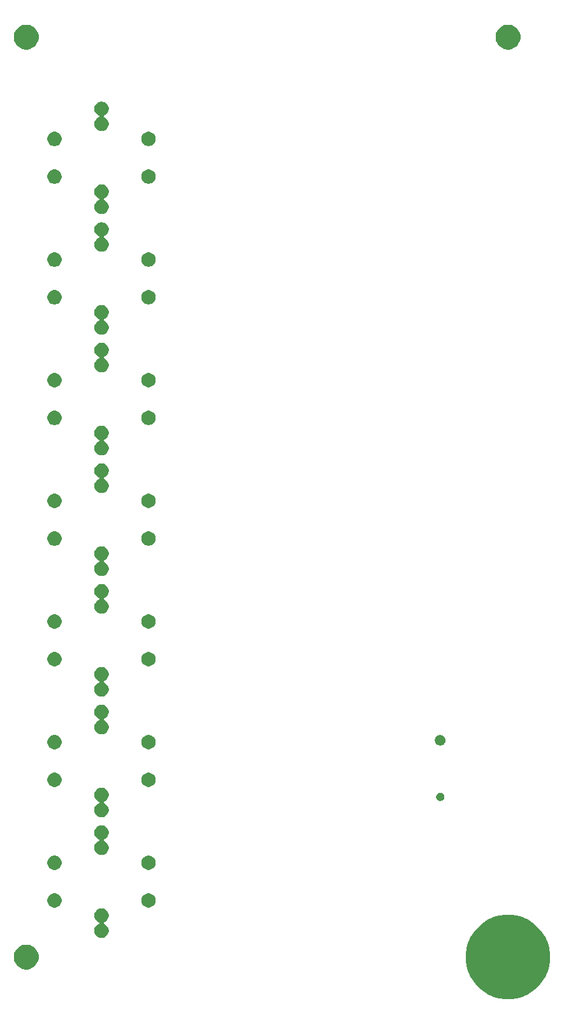
<source format=gbr>
G04 #@! TF.GenerationSoftware,KiCad,Pcbnew,(5.0.1-3-g963ef8bb5)*
G04 #@! TF.CreationDate,2019-06-03T16:35:54+02:00*
G04 #@! TF.ProjectId,foodSampler_v10,666F6F6453616D706C65725F7631302E,rev?*
G04 #@! TF.SameCoordinates,Original*
G04 #@! TF.FileFunction,Soldermask,Top*
G04 #@! TF.FilePolarity,Negative*
%FSLAX46Y46*%
G04 Gerber Fmt 4.6, Leading zero omitted, Abs format (unit mm)*
G04 Created by KiCad (PCBNEW (5.0.1-3-g963ef8bb5)) date 2019 June 03, Monday 16:35:54*
%MOMM*%
%LPD*%
G01*
G04 APERTURE LIST*
%ADD10C,0.100000*%
G04 APERTURE END LIST*
D10*
G36*
X158633457Y-158615204D02*
X158633459Y-158615205D01*
X158633460Y-158615205D01*
X159652595Y-159037344D01*
X160448941Y-159569446D01*
X160569795Y-159650198D01*
X161349802Y-160430205D01*
X161349804Y-160430208D01*
X161962656Y-161347405D01*
X162384795Y-162366540D01*
X162384796Y-162366543D01*
X162600000Y-163448447D01*
X162600000Y-164551553D01*
X162393927Y-165587553D01*
X162384795Y-165633460D01*
X161962656Y-166652595D01*
X161352570Y-167565652D01*
X161349802Y-167569795D01*
X160569795Y-168349802D01*
X160569792Y-168349804D01*
X159652595Y-168962656D01*
X158633460Y-169384795D01*
X158633459Y-169384795D01*
X158633457Y-169384796D01*
X157551553Y-169600000D01*
X156448447Y-169600000D01*
X155366543Y-169384796D01*
X155366541Y-169384795D01*
X155366540Y-169384795D01*
X154347405Y-168962656D01*
X153430208Y-168349804D01*
X153430205Y-168349802D01*
X152650198Y-167569795D01*
X152647430Y-167565652D01*
X152037344Y-166652595D01*
X151615205Y-165633460D01*
X151606074Y-165587553D01*
X151400000Y-164551553D01*
X151400000Y-163448447D01*
X151615204Y-162366543D01*
X151615205Y-162366540D01*
X152037344Y-161347405D01*
X152650196Y-160430208D01*
X152650198Y-160430205D01*
X153430205Y-159650198D01*
X153551059Y-159569446D01*
X154347405Y-159037344D01*
X155366540Y-158615205D01*
X155366541Y-158615205D01*
X155366543Y-158615204D01*
X156448447Y-158400000D01*
X157551553Y-158400000D01*
X158633457Y-158615204D01*
X158633457Y-158615204D01*
G37*
G36*
X93375256Y-162391298D02*
X93481579Y-162412447D01*
X93782042Y-162536903D01*
X94048852Y-162715180D01*
X94052454Y-162717587D01*
X94282413Y-162947546D01*
X94463098Y-163217960D01*
X94587553Y-163518422D01*
X94651000Y-163837389D01*
X94651000Y-164162611D01*
X94587553Y-164481578D01*
X94463098Y-164782040D01*
X94282413Y-165052454D01*
X94052454Y-165282413D01*
X94052451Y-165282415D01*
X93782042Y-165463097D01*
X93481579Y-165587553D01*
X93375256Y-165608702D01*
X93162611Y-165651000D01*
X92837389Y-165651000D01*
X92624744Y-165608702D01*
X92518421Y-165587553D01*
X92217958Y-165463097D01*
X91947549Y-165282415D01*
X91947546Y-165282413D01*
X91717587Y-165052454D01*
X91536902Y-164782040D01*
X91412447Y-164481578D01*
X91349000Y-164162611D01*
X91349000Y-163837389D01*
X91412447Y-163518422D01*
X91536902Y-163217960D01*
X91717587Y-162947546D01*
X91947546Y-162717587D01*
X91951148Y-162715180D01*
X92217958Y-162536903D01*
X92518421Y-162412447D01*
X92624744Y-162391298D01*
X92837389Y-162349000D01*
X93162611Y-162349000D01*
X93375256Y-162391298D01*
X93375256Y-162391298D01*
G37*
G36*
X103277396Y-157585546D02*
X103450466Y-157657234D01*
X103606230Y-157761312D01*
X103738688Y-157893770D01*
X103842766Y-158049534D01*
X103914454Y-158222604D01*
X103951000Y-158406333D01*
X103951000Y-158593667D01*
X103914454Y-158777396D01*
X103842766Y-158950466D01*
X103738688Y-159106230D01*
X103606230Y-159238688D01*
X103450466Y-159342766D01*
X103349675Y-159384515D01*
X103328064Y-159396066D01*
X103309122Y-159411612D01*
X103293576Y-159430554D01*
X103282025Y-159452164D01*
X103274912Y-159475614D01*
X103272510Y-159500000D01*
X103274912Y-159524386D01*
X103282025Y-159547835D01*
X103293576Y-159569446D01*
X103309122Y-159588388D01*
X103328064Y-159603934D01*
X103349675Y-159615485D01*
X103450466Y-159657234D01*
X103606230Y-159761312D01*
X103738688Y-159893770D01*
X103842766Y-160049534D01*
X103914454Y-160222604D01*
X103951000Y-160406333D01*
X103951000Y-160593667D01*
X103914454Y-160777396D01*
X103842766Y-160950466D01*
X103738688Y-161106230D01*
X103606230Y-161238688D01*
X103450466Y-161342766D01*
X103277396Y-161414454D01*
X103093667Y-161451000D01*
X102906333Y-161451000D01*
X102722604Y-161414454D01*
X102549534Y-161342766D01*
X102393770Y-161238688D01*
X102261312Y-161106230D01*
X102157234Y-160950466D01*
X102085546Y-160777396D01*
X102049000Y-160593667D01*
X102049000Y-160406333D01*
X102085546Y-160222604D01*
X102157234Y-160049534D01*
X102261312Y-159893770D01*
X102393770Y-159761312D01*
X102549534Y-159657234D01*
X102650325Y-159615485D01*
X102671936Y-159603934D01*
X102690878Y-159588388D01*
X102706424Y-159569446D01*
X102717975Y-159547836D01*
X102725088Y-159524386D01*
X102727490Y-159500000D01*
X102725088Y-159475614D01*
X102717975Y-159452165D01*
X102706424Y-159430554D01*
X102690878Y-159411612D01*
X102671936Y-159396066D01*
X102650325Y-159384515D01*
X102549534Y-159342766D01*
X102393770Y-159238688D01*
X102261312Y-159106230D01*
X102157234Y-158950466D01*
X102085546Y-158777396D01*
X102049000Y-158593667D01*
X102049000Y-158406333D01*
X102085546Y-158222604D01*
X102157234Y-158049534D01*
X102261312Y-157893770D01*
X102393770Y-157761312D01*
X102549534Y-157657234D01*
X102722604Y-157585546D01*
X102906333Y-157549000D01*
X103093667Y-157549000D01*
X103277396Y-157585546D01*
X103277396Y-157585546D01*
G37*
G36*
X109527396Y-155585546D02*
X109700466Y-155657234D01*
X109856230Y-155761312D01*
X109988688Y-155893770D01*
X110092766Y-156049534D01*
X110164454Y-156222604D01*
X110201000Y-156406333D01*
X110201000Y-156593667D01*
X110164454Y-156777396D01*
X110092766Y-156950466D01*
X109988688Y-157106230D01*
X109856230Y-157238688D01*
X109700466Y-157342766D01*
X109527396Y-157414454D01*
X109343667Y-157451000D01*
X109156333Y-157451000D01*
X108972604Y-157414454D01*
X108799534Y-157342766D01*
X108643770Y-157238688D01*
X108511312Y-157106230D01*
X108407234Y-156950466D01*
X108335546Y-156777396D01*
X108299000Y-156593667D01*
X108299000Y-156406333D01*
X108335546Y-156222604D01*
X108407234Y-156049534D01*
X108511312Y-155893770D01*
X108643770Y-155761312D01*
X108799534Y-155657234D01*
X108972604Y-155585546D01*
X109156333Y-155549000D01*
X109343667Y-155549000D01*
X109527396Y-155585546D01*
X109527396Y-155585546D01*
G37*
G36*
X97027396Y-155585546D02*
X97200466Y-155657234D01*
X97356230Y-155761312D01*
X97488688Y-155893770D01*
X97592766Y-156049534D01*
X97664454Y-156222604D01*
X97701000Y-156406333D01*
X97701000Y-156593667D01*
X97664454Y-156777396D01*
X97592766Y-156950466D01*
X97488688Y-157106230D01*
X97356230Y-157238688D01*
X97200466Y-157342766D01*
X97027396Y-157414454D01*
X96843667Y-157451000D01*
X96656333Y-157451000D01*
X96472604Y-157414454D01*
X96299534Y-157342766D01*
X96143770Y-157238688D01*
X96011312Y-157106230D01*
X95907234Y-156950466D01*
X95835546Y-156777396D01*
X95799000Y-156593667D01*
X95799000Y-156406333D01*
X95835546Y-156222604D01*
X95907234Y-156049534D01*
X96011312Y-155893770D01*
X96143770Y-155761312D01*
X96299534Y-155657234D01*
X96472604Y-155585546D01*
X96656333Y-155549000D01*
X96843667Y-155549000D01*
X97027396Y-155585546D01*
X97027396Y-155585546D01*
G37*
G36*
X109527396Y-150585546D02*
X109700466Y-150657234D01*
X109856230Y-150761312D01*
X109988688Y-150893770D01*
X110092766Y-151049534D01*
X110164454Y-151222604D01*
X110201000Y-151406333D01*
X110201000Y-151593667D01*
X110164454Y-151777396D01*
X110092766Y-151950466D01*
X109988688Y-152106230D01*
X109856230Y-152238688D01*
X109700466Y-152342766D01*
X109527396Y-152414454D01*
X109343667Y-152451000D01*
X109156333Y-152451000D01*
X108972604Y-152414454D01*
X108799534Y-152342766D01*
X108643770Y-152238688D01*
X108511312Y-152106230D01*
X108407234Y-151950466D01*
X108335546Y-151777396D01*
X108299000Y-151593667D01*
X108299000Y-151406333D01*
X108335546Y-151222604D01*
X108407234Y-151049534D01*
X108511312Y-150893770D01*
X108643770Y-150761312D01*
X108799534Y-150657234D01*
X108972604Y-150585546D01*
X109156333Y-150549000D01*
X109343667Y-150549000D01*
X109527396Y-150585546D01*
X109527396Y-150585546D01*
G37*
G36*
X97027396Y-150585546D02*
X97200466Y-150657234D01*
X97356230Y-150761312D01*
X97488688Y-150893770D01*
X97592766Y-151049534D01*
X97664454Y-151222604D01*
X97701000Y-151406333D01*
X97701000Y-151593667D01*
X97664454Y-151777396D01*
X97592766Y-151950466D01*
X97488688Y-152106230D01*
X97356230Y-152238688D01*
X97200466Y-152342766D01*
X97027396Y-152414454D01*
X96843667Y-152451000D01*
X96656333Y-152451000D01*
X96472604Y-152414454D01*
X96299534Y-152342766D01*
X96143770Y-152238688D01*
X96011312Y-152106230D01*
X95907234Y-151950466D01*
X95835546Y-151777396D01*
X95799000Y-151593667D01*
X95799000Y-151406333D01*
X95835546Y-151222604D01*
X95907234Y-151049534D01*
X96011312Y-150893770D01*
X96143770Y-150761312D01*
X96299534Y-150657234D01*
X96472604Y-150585546D01*
X96656333Y-150549000D01*
X96843667Y-150549000D01*
X97027396Y-150585546D01*
X97027396Y-150585546D01*
G37*
G36*
X103277396Y-146585546D02*
X103450466Y-146657234D01*
X103606230Y-146761312D01*
X103738688Y-146893770D01*
X103842766Y-147049534D01*
X103914454Y-147222604D01*
X103951000Y-147406333D01*
X103951000Y-147593667D01*
X103914454Y-147777396D01*
X103842766Y-147950466D01*
X103738688Y-148106230D01*
X103606230Y-148238688D01*
X103450466Y-148342766D01*
X103349675Y-148384515D01*
X103328064Y-148396066D01*
X103309122Y-148411612D01*
X103293576Y-148430554D01*
X103282025Y-148452164D01*
X103274912Y-148475614D01*
X103272510Y-148500000D01*
X103274912Y-148524386D01*
X103282025Y-148547835D01*
X103293576Y-148569446D01*
X103309122Y-148588388D01*
X103328064Y-148603934D01*
X103349675Y-148615485D01*
X103450466Y-148657234D01*
X103606230Y-148761312D01*
X103738688Y-148893770D01*
X103842766Y-149049534D01*
X103914454Y-149222604D01*
X103951000Y-149406333D01*
X103951000Y-149593667D01*
X103914454Y-149777396D01*
X103842766Y-149950466D01*
X103738688Y-150106230D01*
X103606230Y-150238688D01*
X103450466Y-150342766D01*
X103277396Y-150414454D01*
X103093667Y-150451000D01*
X102906333Y-150451000D01*
X102722604Y-150414454D01*
X102549534Y-150342766D01*
X102393770Y-150238688D01*
X102261312Y-150106230D01*
X102157234Y-149950466D01*
X102085546Y-149777396D01*
X102049000Y-149593667D01*
X102049000Y-149406333D01*
X102085546Y-149222604D01*
X102157234Y-149049534D01*
X102261312Y-148893770D01*
X102393770Y-148761312D01*
X102549534Y-148657234D01*
X102650325Y-148615485D01*
X102671936Y-148603934D01*
X102690878Y-148588388D01*
X102706424Y-148569446D01*
X102717975Y-148547836D01*
X102725088Y-148524386D01*
X102727490Y-148500000D01*
X102725088Y-148475614D01*
X102717975Y-148452165D01*
X102706424Y-148430554D01*
X102690878Y-148411612D01*
X102671936Y-148396066D01*
X102650325Y-148384515D01*
X102549534Y-148342766D01*
X102393770Y-148238688D01*
X102261312Y-148106230D01*
X102157234Y-147950466D01*
X102085546Y-147777396D01*
X102049000Y-147593667D01*
X102049000Y-147406333D01*
X102085546Y-147222604D01*
X102157234Y-147049534D01*
X102261312Y-146893770D01*
X102393770Y-146761312D01*
X102549534Y-146657234D01*
X102722604Y-146585546D01*
X102906333Y-146549000D01*
X103093667Y-146549000D01*
X103277396Y-146585546D01*
X103277396Y-146585546D01*
G37*
G36*
X103277396Y-141585546D02*
X103450466Y-141657234D01*
X103606230Y-141761312D01*
X103738688Y-141893770D01*
X103842766Y-142049534D01*
X103914454Y-142222604D01*
X103951000Y-142406333D01*
X103951000Y-142593667D01*
X103914454Y-142777396D01*
X103842766Y-142950466D01*
X103738688Y-143106230D01*
X103606230Y-143238688D01*
X103450466Y-143342766D01*
X103349675Y-143384515D01*
X103328064Y-143396066D01*
X103309122Y-143411612D01*
X103293576Y-143430554D01*
X103282025Y-143452164D01*
X103274912Y-143475614D01*
X103272510Y-143500000D01*
X103274912Y-143524386D01*
X103282025Y-143547835D01*
X103293576Y-143569446D01*
X103309122Y-143588388D01*
X103328064Y-143603934D01*
X103349675Y-143615485D01*
X103450466Y-143657234D01*
X103606230Y-143761312D01*
X103738688Y-143893770D01*
X103842766Y-144049534D01*
X103914454Y-144222604D01*
X103951000Y-144406333D01*
X103951000Y-144593667D01*
X103914454Y-144777396D01*
X103842766Y-144950466D01*
X103738688Y-145106230D01*
X103606230Y-145238688D01*
X103450466Y-145342766D01*
X103277396Y-145414454D01*
X103093667Y-145451000D01*
X102906333Y-145451000D01*
X102722604Y-145414454D01*
X102549534Y-145342766D01*
X102393770Y-145238688D01*
X102261312Y-145106230D01*
X102157234Y-144950466D01*
X102085546Y-144777396D01*
X102049000Y-144593667D01*
X102049000Y-144406333D01*
X102085546Y-144222604D01*
X102157234Y-144049534D01*
X102261312Y-143893770D01*
X102393770Y-143761312D01*
X102549534Y-143657234D01*
X102650325Y-143615485D01*
X102671936Y-143603934D01*
X102690878Y-143588388D01*
X102706424Y-143569446D01*
X102717975Y-143547836D01*
X102725088Y-143524386D01*
X102727490Y-143500000D01*
X102725088Y-143475614D01*
X102717975Y-143452165D01*
X102706424Y-143430554D01*
X102690878Y-143411612D01*
X102671936Y-143396066D01*
X102650325Y-143384515D01*
X102549534Y-143342766D01*
X102393770Y-143238688D01*
X102261312Y-143106230D01*
X102157234Y-142950466D01*
X102085546Y-142777396D01*
X102049000Y-142593667D01*
X102049000Y-142406333D01*
X102085546Y-142222604D01*
X102157234Y-142049534D01*
X102261312Y-141893770D01*
X102393770Y-141761312D01*
X102549534Y-141657234D01*
X102722604Y-141585546D01*
X102906333Y-141549000D01*
X103093667Y-141549000D01*
X103277396Y-141585546D01*
X103277396Y-141585546D01*
G37*
G36*
X148160721Y-142220174D02*
X148260995Y-142261709D01*
X148351245Y-142322012D01*
X148427988Y-142398755D01*
X148488291Y-142489005D01*
X148529826Y-142589279D01*
X148551000Y-142695730D01*
X148551000Y-142804270D01*
X148529826Y-142910721D01*
X148488291Y-143010995D01*
X148427988Y-143101245D01*
X148351245Y-143177988D01*
X148260995Y-143238291D01*
X148160721Y-143279826D01*
X148054270Y-143301000D01*
X147945730Y-143301000D01*
X147839279Y-143279826D01*
X147739005Y-143238291D01*
X147648755Y-143177988D01*
X147572012Y-143101245D01*
X147511709Y-143010995D01*
X147470174Y-142910721D01*
X147449000Y-142804270D01*
X147449000Y-142695730D01*
X147470174Y-142589279D01*
X147511709Y-142489005D01*
X147572012Y-142398755D01*
X147648755Y-142322012D01*
X147739005Y-142261709D01*
X147839279Y-142220174D01*
X147945730Y-142199000D01*
X148054270Y-142199000D01*
X148160721Y-142220174D01*
X148160721Y-142220174D01*
G37*
G36*
X97027396Y-139585546D02*
X97200466Y-139657234D01*
X97356230Y-139761312D01*
X97488688Y-139893770D01*
X97592766Y-140049534D01*
X97664454Y-140222604D01*
X97701000Y-140406333D01*
X97701000Y-140593667D01*
X97664454Y-140777396D01*
X97592766Y-140950466D01*
X97488688Y-141106230D01*
X97356230Y-141238688D01*
X97200466Y-141342766D01*
X97027396Y-141414454D01*
X96843667Y-141451000D01*
X96656333Y-141451000D01*
X96472604Y-141414454D01*
X96299534Y-141342766D01*
X96143770Y-141238688D01*
X96011312Y-141106230D01*
X95907234Y-140950466D01*
X95835546Y-140777396D01*
X95799000Y-140593667D01*
X95799000Y-140406333D01*
X95835546Y-140222604D01*
X95907234Y-140049534D01*
X96011312Y-139893770D01*
X96143770Y-139761312D01*
X96299534Y-139657234D01*
X96472604Y-139585546D01*
X96656333Y-139549000D01*
X96843667Y-139549000D01*
X97027396Y-139585546D01*
X97027396Y-139585546D01*
G37*
G36*
X109527396Y-139585546D02*
X109700466Y-139657234D01*
X109856230Y-139761312D01*
X109988688Y-139893770D01*
X110092766Y-140049534D01*
X110164454Y-140222604D01*
X110201000Y-140406333D01*
X110201000Y-140593667D01*
X110164454Y-140777396D01*
X110092766Y-140950466D01*
X109988688Y-141106230D01*
X109856230Y-141238688D01*
X109700466Y-141342766D01*
X109527396Y-141414454D01*
X109343667Y-141451000D01*
X109156333Y-141451000D01*
X108972604Y-141414454D01*
X108799534Y-141342766D01*
X108643770Y-141238688D01*
X108511312Y-141106230D01*
X108407234Y-140950466D01*
X108335546Y-140777396D01*
X108299000Y-140593667D01*
X108299000Y-140406333D01*
X108335546Y-140222604D01*
X108407234Y-140049534D01*
X108511312Y-139893770D01*
X108643770Y-139761312D01*
X108799534Y-139657234D01*
X108972604Y-139585546D01*
X109156333Y-139549000D01*
X109343667Y-139549000D01*
X109527396Y-139585546D01*
X109527396Y-139585546D01*
G37*
G36*
X97027396Y-134585546D02*
X97200466Y-134657234D01*
X97356230Y-134761312D01*
X97488688Y-134893770D01*
X97592766Y-135049534D01*
X97664454Y-135222604D01*
X97701000Y-135406333D01*
X97701000Y-135593667D01*
X97664454Y-135777396D01*
X97592766Y-135950466D01*
X97488688Y-136106230D01*
X97356230Y-136238688D01*
X97200466Y-136342766D01*
X97027396Y-136414454D01*
X96843667Y-136451000D01*
X96656333Y-136451000D01*
X96472604Y-136414454D01*
X96299534Y-136342766D01*
X96143770Y-136238688D01*
X96011312Y-136106230D01*
X95907234Y-135950466D01*
X95835546Y-135777396D01*
X95799000Y-135593667D01*
X95799000Y-135406333D01*
X95835546Y-135222604D01*
X95907234Y-135049534D01*
X96011312Y-134893770D01*
X96143770Y-134761312D01*
X96299534Y-134657234D01*
X96472604Y-134585546D01*
X96656333Y-134549000D01*
X96843667Y-134549000D01*
X97027396Y-134585546D01*
X97027396Y-134585546D01*
G37*
G36*
X109527396Y-134585546D02*
X109700466Y-134657234D01*
X109856230Y-134761312D01*
X109988688Y-134893770D01*
X110092766Y-135049534D01*
X110164454Y-135222604D01*
X110201000Y-135406333D01*
X110201000Y-135593667D01*
X110164454Y-135777396D01*
X110092766Y-135950466D01*
X109988688Y-136106230D01*
X109856230Y-136238688D01*
X109700466Y-136342766D01*
X109527396Y-136414454D01*
X109343667Y-136451000D01*
X109156333Y-136451000D01*
X108972604Y-136414454D01*
X108799534Y-136342766D01*
X108643770Y-136238688D01*
X108511312Y-136106230D01*
X108407234Y-135950466D01*
X108335546Y-135777396D01*
X108299000Y-135593667D01*
X108299000Y-135406333D01*
X108335546Y-135222604D01*
X108407234Y-135049534D01*
X108511312Y-134893770D01*
X108643770Y-134761312D01*
X108799534Y-134657234D01*
X108972604Y-134585546D01*
X109156333Y-134549000D01*
X109343667Y-134549000D01*
X109527396Y-134585546D01*
X109527396Y-134585546D01*
G37*
G36*
X148204472Y-134575938D02*
X148332049Y-134628782D01*
X148446865Y-134705500D01*
X148544500Y-134803135D01*
X148621218Y-134917951D01*
X148674062Y-135045528D01*
X148701000Y-135180956D01*
X148701000Y-135319044D01*
X148674062Y-135454472D01*
X148621218Y-135582049D01*
X148544500Y-135696865D01*
X148446865Y-135794500D01*
X148332049Y-135871218D01*
X148204472Y-135924062D01*
X148069044Y-135951000D01*
X147930956Y-135951000D01*
X147795528Y-135924062D01*
X147667951Y-135871218D01*
X147553135Y-135794500D01*
X147455500Y-135696865D01*
X147378782Y-135582049D01*
X147325938Y-135454472D01*
X147299000Y-135319044D01*
X147299000Y-135180956D01*
X147325938Y-135045528D01*
X147378782Y-134917951D01*
X147455500Y-134803135D01*
X147553135Y-134705500D01*
X147667951Y-134628782D01*
X147795528Y-134575938D01*
X147930956Y-134549000D01*
X148069044Y-134549000D01*
X148204472Y-134575938D01*
X148204472Y-134575938D01*
G37*
G36*
X103277396Y-130585546D02*
X103450466Y-130657234D01*
X103606230Y-130761312D01*
X103738688Y-130893770D01*
X103842766Y-131049534D01*
X103914454Y-131222604D01*
X103951000Y-131406333D01*
X103951000Y-131593667D01*
X103914454Y-131777396D01*
X103842766Y-131950466D01*
X103738688Y-132106230D01*
X103606230Y-132238688D01*
X103450466Y-132342766D01*
X103349675Y-132384515D01*
X103328064Y-132396066D01*
X103309122Y-132411612D01*
X103293576Y-132430554D01*
X103282025Y-132452164D01*
X103274912Y-132475614D01*
X103272510Y-132500000D01*
X103274912Y-132524386D01*
X103282025Y-132547835D01*
X103293576Y-132569446D01*
X103309122Y-132588388D01*
X103328064Y-132603934D01*
X103349675Y-132615485D01*
X103450466Y-132657234D01*
X103606230Y-132761312D01*
X103738688Y-132893770D01*
X103842766Y-133049534D01*
X103914454Y-133222604D01*
X103951000Y-133406333D01*
X103951000Y-133593667D01*
X103914454Y-133777396D01*
X103842766Y-133950466D01*
X103738688Y-134106230D01*
X103606230Y-134238688D01*
X103450466Y-134342766D01*
X103277396Y-134414454D01*
X103093667Y-134451000D01*
X102906333Y-134451000D01*
X102722604Y-134414454D01*
X102549534Y-134342766D01*
X102393770Y-134238688D01*
X102261312Y-134106230D01*
X102157234Y-133950466D01*
X102085546Y-133777396D01*
X102049000Y-133593667D01*
X102049000Y-133406333D01*
X102085546Y-133222604D01*
X102157234Y-133049534D01*
X102261312Y-132893770D01*
X102393770Y-132761312D01*
X102549534Y-132657234D01*
X102650325Y-132615485D01*
X102671936Y-132603934D01*
X102690878Y-132588388D01*
X102706424Y-132569446D01*
X102717975Y-132547836D01*
X102725088Y-132524386D01*
X102727490Y-132500000D01*
X102725088Y-132475614D01*
X102717975Y-132452165D01*
X102706424Y-132430554D01*
X102690878Y-132411612D01*
X102671936Y-132396066D01*
X102650325Y-132384515D01*
X102549534Y-132342766D01*
X102393770Y-132238688D01*
X102261312Y-132106230D01*
X102157234Y-131950466D01*
X102085546Y-131777396D01*
X102049000Y-131593667D01*
X102049000Y-131406333D01*
X102085546Y-131222604D01*
X102157234Y-131049534D01*
X102261312Y-130893770D01*
X102393770Y-130761312D01*
X102549534Y-130657234D01*
X102722604Y-130585546D01*
X102906333Y-130549000D01*
X103093667Y-130549000D01*
X103277396Y-130585546D01*
X103277396Y-130585546D01*
G37*
G36*
X103277396Y-125585546D02*
X103450466Y-125657234D01*
X103606230Y-125761312D01*
X103738688Y-125893770D01*
X103842766Y-126049534D01*
X103914454Y-126222604D01*
X103951000Y-126406333D01*
X103951000Y-126593667D01*
X103914454Y-126777396D01*
X103842766Y-126950466D01*
X103738688Y-127106230D01*
X103606230Y-127238688D01*
X103450466Y-127342766D01*
X103349675Y-127384515D01*
X103328064Y-127396066D01*
X103309122Y-127411612D01*
X103293576Y-127430554D01*
X103282025Y-127452164D01*
X103274912Y-127475614D01*
X103272510Y-127500000D01*
X103274912Y-127524386D01*
X103282025Y-127547835D01*
X103293576Y-127569446D01*
X103309122Y-127588388D01*
X103328064Y-127603934D01*
X103349675Y-127615485D01*
X103450466Y-127657234D01*
X103606230Y-127761312D01*
X103738688Y-127893770D01*
X103842766Y-128049534D01*
X103914454Y-128222604D01*
X103951000Y-128406333D01*
X103951000Y-128593667D01*
X103914454Y-128777396D01*
X103842766Y-128950466D01*
X103738688Y-129106230D01*
X103606230Y-129238688D01*
X103450466Y-129342766D01*
X103277396Y-129414454D01*
X103093667Y-129451000D01*
X102906333Y-129451000D01*
X102722604Y-129414454D01*
X102549534Y-129342766D01*
X102393770Y-129238688D01*
X102261312Y-129106230D01*
X102157234Y-128950466D01*
X102085546Y-128777396D01*
X102049000Y-128593667D01*
X102049000Y-128406333D01*
X102085546Y-128222604D01*
X102157234Y-128049534D01*
X102261312Y-127893770D01*
X102393770Y-127761312D01*
X102549534Y-127657234D01*
X102650325Y-127615485D01*
X102671936Y-127603934D01*
X102690878Y-127588388D01*
X102706424Y-127569446D01*
X102717975Y-127547836D01*
X102725088Y-127524386D01*
X102727490Y-127500000D01*
X102725088Y-127475614D01*
X102717975Y-127452165D01*
X102706424Y-127430554D01*
X102690878Y-127411612D01*
X102671936Y-127396066D01*
X102650325Y-127384515D01*
X102549534Y-127342766D01*
X102393770Y-127238688D01*
X102261312Y-127106230D01*
X102157234Y-126950466D01*
X102085546Y-126777396D01*
X102049000Y-126593667D01*
X102049000Y-126406333D01*
X102085546Y-126222604D01*
X102157234Y-126049534D01*
X102261312Y-125893770D01*
X102393770Y-125761312D01*
X102549534Y-125657234D01*
X102722604Y-125585546D01*
X102906333Y-125549000D01*
X103093667Y-125549000D01*
X103277396Y-125585546D01*
X103277396Y-125585546D01*
G37*
G36*
X109527396Y-123585546D02*
X109700466Y-123657234D01*
X109856230Y-123761312D01*
X109988688Y-123893770D01*
X110092766Y-124049534D01*
X110164454Y-124222604D01*
X110201000Y-124406333D01*
X110201000Y-124593667D01*
X110164454Y-124777396D01*
X110092766Y-124950466D01*
X109988688Y-125106230D01*
X109856230Y-125238688D01*
X109700466Y-125342766D01*
X109527396Y-125414454D01*
X109343667Y-125451000D01*
X109156333Y-125451000D01*
X108972604Y-125414454D01*
X108799534Y-125342766D01*
X108643770Y-125238688D01*
X108511312Y-125106230D01*
X108407234Y-124950466D01*
X108335546Y-124777396D01*
X108299000Y-124593667D01*
X108299000Y-124406333D01*
X108335546Y-124222604D01*
X108407234Y-124049534D01*
X108511312Y-123893770D01*
X108643770Y-123761312D01*
X108799534Y-123657234D01*
X108972604Y-123585546D01*
X109156333Y-123549000D01*
X109343667Y-123549000D01*
X109527396Y-123585546D01*
X109527396Y-123585546D01*
G37*
G36*
X97027396Y-123585546D02*
X97200466Y-123657234D01*
X97356230Y-123761312D01*
X97488688Y-123893770D01*
X97592766Y-124049534D01*
X97664454Y-124222604D01*
X97701000Y-124406333D01*
X97701000Y-124593667D01*
X97664454Y-124777396D01*
X97592766Y-124950466D01*
X97488688Y-125106230D01*
X97356230Y-125238688D01*
X97200466Y-125342766D01*
X97027396Y-125414454D01*
X96843667Y-125451000D01*
X96656333Y-125451000D01*
X96472604Y-125414454D01*
X96299534Y-125342766D01*
X96143770Y-125238688D01*
X96011312Y-125106230D01*
X95907234Y-124950466D01*
X95835546Y-124777396D01*
X95799000Y-124593667D01*
X95799000Y-124406333D01*
X95835546Y-124222604D01*
X95907234Y-124049534D01*
X96011312Y-123893770D01*
X96143770Y-123761312D01*
X96299534Y-123657234D01*
X96472604Y-123585546D01*
X96656333Y-123549000D01*
X96843667Y-123549000D01*
X97027396Y-123585546D01*
X97027396Y-123585546D01*
G37*
G36*
X109527396Y-118585546D02*
X109700466Y-118657234D01*
X109856230Y-118761312D01*
X109988688Y-118893770D01*
X110092766Y-119049534D01*
X110164454Y-119222604D01*
X110201000Y-119406333D01*
X110201000Y-119593667D01*
X110164454Y-119777396D01*
X110092766Y-119950466D01*
X109988688Y-120106230D01*
X109856230Y-120238688D01*
X109700466Y-120342766D01*
X109527396Y-120414454D01*
X109343667Y-120451000D01*
X109156333Y-120451000D01*
X108972604Y-120414454D01*
X108799534Y-120342766D01*
X108643770Y-120238688D01*
X108511312Y-120106230D01*
X108407234Y-119950466D01*
X108335546Y-119777396D01*
X108299000Y-119593667D01*
X108299000Y-119406333D01*
X108335546Y-119222604D01*
X108407234Y-119049534D01*
X108511312Y-118893770D01*
X108643770Y-118761312D01*
X108799534Y-118657234D01*
X108972604Y-118585546D01*
X109156333Y-118549000D01*
X109343667Y-118549000D01*
X109527396Y-118585546D01*
X109527396Y-118585546D01*
G37*
G36*
X97027396Y-118585546D02*
X97200466Y-118657234D01*
X97356230Y-118761312D01*
X97488688Y-118893770D01*
X97592766Y-119049534D01*
X97664454Y-119222604D01*
X97701000Y-119406333D01*
X97701000Y-119593667D01*
X97664454Y-119777396D01*
X97592766Y-119950466D01*
X97488688Y-120106230D01*
X97356230Y-120238688D01*
X97200466Y-120342766D01*
X97027396Y-120414454D01*
X96843667Y-120451000D01*
X96656333Y-120451000D01*
X96472604Y-120414454D01*
X96299534Y-120342766D01*
X96143770Y-120238688D01*
X96011312Y-120106230D01*
X95907234Y-119950466D01*
X95835546Y-119777396D01*
X95799000Y-119593667D01*
X95799000Y-119406333D01*
X95835546Y-119222604D01*
X95907234Y-119049534D01*
X96011312Y-118893770D01*
X96143770Y-118761312D01*
X96299534Y-118657234D01*
X96472604Y-118585546D01*
X96656333Y-118549000D01*
X96843667Y-118549000D01*
X97027396Y-118585546D01*
X97027396Y-118585546D01*
G37*
G36*
X103277396Y-114585546D02*
X103450466Y-114657234D01*
X103606230Y-114761312D01*
X103738688Y-114893770D01*
X103842766Y-115049534D01*
X103914454Y-115222604D01*
X103951000Y-115406333D01*
X103951000Y-115593667D01*
X103914454Y-115777396D01*
X103842766Y-115950466D01*
X103738688Y-116106230D01*
X103606230Y-116238688D01*
X103450466Y-116342766D01*
X103349675Y-116384515D01*
X103328064Y-116396066D01*
X103309122Y-116411612D01*
X103293576Y-116430554D01*
X103282025Y-116452164D01*
X103274912Y-116475614D01*
X103272510Y-116500000D01*
X103274912Y-116524386D01*
X103282025Y-116547835D01*
X103293576Y-116569446D01*
X103309122Y-116588388D01*
X103328064Y-116603934D01*
X103349675Y-116615485D01*
X103450466Y-116657234D01*
X103606230Y-116761312D01*
X103738688Y-116893770D01*
X103842766Y-117049534D01*
X103914454Y-117222604D01*
X103951000Y-117406333D01*
X103951000Y-117593667D01*
X103914454Y-117777396D01*
X103842766Y-117950466D01*
X103738688Y-118106230D01*
X103606230Y-118238688D01*
X103450466Y-118342766D01*
X103277396Y-118414454D01*
X103093667Y-118451000D01*
X102906333Y-118451000D01*
X102722604Y-118414454D01*
X102549534Y-118342766D01*
X102393770Y-118238688D01*
X102261312Y-118106230D01*
X102157234Y-117950466D01*
X102085546Y-117777396D01*
X102049000Y-117593667D01*
X102049000Y-117406333D01*
X102085546Y-117222604D01*
X102157234Y-117049534D01*
X102261312Y-116893770D01*
X102393770Y-116761312D01*
X102549534Y-116657234D01*
X102650325Y-116615485D01*
X102671936Y-116603934D01*
X102690878Y-116588388D01*
X102706424Y-116569446D01*
X102717975Y-116547836D01*
X102725088Y-116524386D01*
X102727490Y-116500000D01*
X102725088Y-116475614D01*
X102717975Y-116452165D01*
X102706424Y-116430554D01*
X102690878Y-116411612D01*
X102671936Y-116396066D01*
X102650325Y-116384515D01*
X102549534Y-116342766D01*
X102393770Y-116238688D01*
X102261312Y-116106230D01*
X102157234Y-115950466D01*
X102085546Y-115777396D01*
X102049000Y-115593667D01*
X102049000Y-115406333D01*
X102085546Y-115222604D01*
X102157234Y-115049534D01*
X102261312Y-114893770D01*
X102393770Y-114761312D01*
X102549534Y-114657234D01*
X102722604Y-114585546D01*
X102906333Y-114549000D01*
X103093667Y-114549000D01*
X103277396Y-114585546D01*
X103277396Y-114585546D01*
G37*
G36*
X103277396Y-109585546D02*
X103450466Y-109657234D01*
X103606230Y-109761312D01*
X103738688Y-109893770D01*
X103842766Y-110049534D01*
X103914454Y-110222604D01*
X103951000Y-110406333D01*
X103951000Y-110593667D01*
X103914454Y-110777396D01*
X103842766Y-110950466D01*
X103738688Y-111106230D01*
X103606230Y-111238688D01*
X103450466Y-111342766D01*
X103349675Y-111384515D01*
X103328064Y-111396066D01*
X103309122Y-111411612D01*
X103293576Y-111430554D01*
X103282025Y-111452164D01*
X103274912Y-111475614D01*
X103272510Y-111500000D01*
X103274912Y-111524386D01*
X103282025Y-111547835D01*
X103293576Y-111569446D01*
X103309122Y-111588388D01*
X103328064Y-111603934D01*
X103349675Y-111615485D01*
X103450466Y-111657234D01*
X103606230Y-111761312D01*
X103738688Y-111893770D01*
X103842766Y-112049534D01*
X103914454Y-112222604D01*
X103951000Y-112406333D01*
X103951000Y-112593667D01*
X103914454Y-112777396D01*
X103842766Y-112950466D01*
X103738688Y-113106230D01*
X103606230Y-113238688D01*
X103450466Y-113342766D01*
X103277396Y-113414454D01*
X103093667Y-113451000D01*
X102906333Y-113451000D01*
X102722604Y-113414454D01*
X102549534Y-113342766D01*
X102393770Y-113238688D01*
X102261312Y-113106230D01*
X102157234Y-112950466D01*
X102085546Y-112777396D01*
X102049000Y-112593667D01*
X102049000Y-112406333D01*
X102085546Y-112222604D01*
X102157234Y-112049534D01*
X102261312Y-111893770D01*
X102393770Y-111761312D01*
X102549534Y-111657234D01*
X102650325Y-111615485D01*
X102671936Y-111603934D01*
X102690878Y-111588388D01*
X102706424Y-111569446D01*
X102717975Y-111547836D01*
X102725088Y-111524386D01*
X102727490Y-111500000D01*
X102725088Y-111475614D01*
X102717975Y-111452165D01*
X102706424Y-111430554D01*
X102690878Y-111411612D01*
X102671936Y-111396066D01*
X102650325Y-111384515D01*
X102549534Y-111342766D01*
X102393770Y-111238688D01*
X102261312Y-111106230D01*
X102157234Y-110950466D01*
X102085546Y-110777396D01*
X102049000Y-110593667D01*
X102049000Y-110406333D01*
X102085546Y-110222604D01*
X102157234Y-110049534D01*
X102261312Y-109893770D01*
X102393770Y-109761312D01*
X102549534Y-109657234D01*
X102722604Y-109585546D01*
X102906333Y-109549000D01*
X103093667Y-109549000D01*
X103277396Y-109585546D01*
X103277396Y-109585546D01*
G37*
G36*
X109527396Y-107585546D02*
X109700466Y-107657234D01*
X109856230Y-107761312D01*
X109988688Y-107893770D01*
X110092766Y-108049534D01*
X110164454Y-108222604D01*
X110201000Y-108406333D01*
X110201000Y-108593667D01*
X110164454Y-108777396D01*
X110092766Y-108950466D01*
X109988688Y-109106230D01*
X109856230Y-109238688D01*
X109700466Y-109342766D01*
X109527396Y-109414454D01*
X109343667Y-109451000D01*
X109156333Y-109451000D01*
X108972604Y-109414454D01*
X108799534Y-109342766D01*
X108643770Y-109238688D01*
X108511312Y-109106230D01*
X108407234Y-108950466D01*
X108335546Y-108777396D01*
X108299000Y-108593667D01*
X108299000Y-108406333D01*
X108335546Y-108222604D01*
X108407234Y-108049534D01*
X108511312Y-107893770D01*
X108643770Y-107761312D01*
X108799534Y-107657234D01*
X108972604Y-107585546D01*
X109156333Y-107549000D01*
X109343667Y-107549000D01*
X109527396Y-107585546D01*
X109527396Y-107585546D01*
G37*
G36*
X97027396Y-107585546D02*
X97200466Y-107657234D01*
X97356230Y-107761312D01*
X97488688Y-107893770D01*
X97592766Y-108049534D01*
X97664454Y-108222604D01*
X97701000Y-108406333D01*
X97701000Y-108593667D01*
X97664454Y-108777396D01*
X97592766Y-108950466D01*
X97488688Y-109106230D01*
X97356230Y-109238688D01*
X97200466Y-109342766D01*
X97027396Y-109414454D01*
X96843667Y-109451000D01*
X96656333Y-109451000D01*
X96472604Y-109414454D01*
X96299534Y-109342766D01*
X96143770Y-109238688D01*
X96011312Y-109106230D01*
X95907234Y-108950466D01*
X95835546Y-108777396D01*
X95799000Y-108593667D01*
X95799000Y-108406333D01*
X95835546Y-108222604D01*
X95907234Y-108049534D01*
X96011312Y-107893770D01*
X96143770Y-107761312D01*
X96299534Y-107657234D01*
X96472604Y-107585546D01*
X96656333Y-107549000D01*
X96843667Y-107549000D01*
X97027396Y-107585546D01*
X97027396Y-107585546D01*
G37*
G36*
X109527396Y-102585546D02*
X109700466Y-102657234D01*
X109856230Y-102761312D01*
X109988688Y-102893770D01*
X110092766Y-103049534D01*
X110164454Y-103222604D01*
X110201000Y-103406333D01*
X110201000Y-103593667D01*
X110164454Y-103777396D01*
X110092766Y-103950466D01*
X109988688Y-104106230D01*
X109856230Y-104238688D01*
X109700466Y-104342766D01*
X109527396Y-104414454D01*
X109343667Y-104451000D01*
X109156333Y-104451000D01*
X108972604Y-104414454D01*
X108799534Y-104342766D01*
X108643770Y-104238688D01*
X108511312Y-104106230D01*
X108407234Y-103950466D01*
X108335546Y-103777396D01*
X108299000Y-103593667D01*
X108299000Y-103406333D01*
X108335546Y-103222604D01*
X108407234Y-103049534D01*
X108511312Y-102893770D01*
X108643770Y-102761312D01*
X108799534Y-102657234D01*
X108972604Y-102585546D01*
X109156333Y-102549000D01*
X109343667Y-102549000D01*
X109527396Y-102585546D01*
X109527396Y-102585546D01*
G37*
G36*
X97027396Y-102585546D02*
X97200466Y-102657234D01*
X97356230Y-102761312D01*
X97488688Y-102893770D01*
X97592766Y-103049534D01*
X97664454Y-103222604D01*
X97701000Y-103406333D01*
X97701000Y-103593667D01*
X97664454Y-103777396D01*
X97592766Y-103950466D01*
X97488688Y-104106230D01*
X97356230Y-104238688D01*
X97200466Y-104342766D01*
X97027396Y-104414454D01*
X96843667Y-104451000D01*
X96656333Y-104451000D01*
X96472604Y-104414454D01*
X96299534Y-104342766D01*
X96143770Y-104238688D01*
X96011312Y-104106230D01*
X95907234Y-103950466D01*
X95835546Y-103777396D01*
X95799000Y-103593667D01*
X95799000Y-103406333D01*
X95835546Y-103222604D01*
X95907234Y-103049534D01*
X96011312Y-102893770D01*
X96143770Y-102761312D01*
X96299534Y-102657234D01*
X96472604Y-102585546D01*
X96656333Y-102549000D01*
X96843667Y-102549000D01*
X97027396Y-102585546D01*
X97027396Y-102585546D01*
G37*
G36*
X103277396Y-98585546D02*
X103450466Y-98657234D01*
X103606230Y-98761312D01*
X103738688Y-98893770D01*
X103842766Y-99049534D01*
X103914454Y-99222604D01*
X103951000Y-99406333D01*
X103951000Y-99593667D01*
X103914454Y-99777396D01*
X103842766Y-99950466D01*
X103738688Y-100106230D01*
X103606230Y-100238688D01*
X103450466Y-100342766D01*
X103349675Y-100384515D01*
X103328064Y-100396066D01*
X103309122Y-100411612D01*
X103293576Y-100430554D01*
X103282025Y-100452164D01*
X103274912Y-100475614D01*
X103272510Y-100500000D01*
X103274912Y-100524386D01*
X103282025Y-100547835D01*
X103293576Y-100569446D01*
X103309122Y-100588388D01*
X103328064Y-100603934D01*
X103349675Y-100615485D01*
X103450466Y-100657234D01*
X103606230Y-100761312D01*
X103738688Y-100893770D01*
X103842766Y-101049534D01*
X103914454Y-101222604D01*
X103951000Y-101406333D01*
X103951000Y-101593667D01*
X103914454Y-101777396D01*
X103842766Y-101950466D01*
X103738688Y-102106230D01*
X103606230Y-102238688D01*
X103450466Y-102342766D01*
X103277396Y-102414454D01*
X103093667Y-102451000D01*
X102906333Y-102451000D01*
X102722604Y-102414454D01*
X102549534Y-102342766D01*
X102393770Y-102238688D01*
X102261312Y-102106230D01*
X102157234Y-101950466D01*
X102085546Y-101777396D01*
X102049000Y-101593667D01*
X102049000Y-101406333D01*
X102085546Y-101222604D01*
X102157234Y-101049534D01*
X102261312Y-100893770D01*
X102393770Y-100761312D01*
X102549534Y-100657234D01*
X102650325Y-100615485D01*
X102671936Y-100603934D01*
X102690878Y-100588388D01*
X102706424Y-100569446D01*
X102717975Y-100547836D01*
X102725088Y-100524386D01*
X102727490Y-100500000D01*
X102725088Y-100475614D01*
X102717975Y-100452165D01*
X102706424Y-100430554D01*
X102690878Y-100411612D01*
X102671936Y-100396066D01*
X102650325Y-100384515D01*
X102549534Y-100342766D01*
X102393770Y-100238688D01*
X102261312Y-100106230D01*
X102157234Y-99950466D01*
X102085546Y-99777396D01*
X102049000Y-99593667D01*
X102049000Y-99406333D01*
X102085546Y-99222604D01*
X102157234Y-99049534D01*
X102261312Y-98893770D01*
X102393770Y-98761312D01*
X102549534Y-98657234D01*
X102722604Y-98585546D01*
X102906333Y-98549000D01*
X103093667Y-98549000D01*
X103277396Y-98585546D01*
X103277396Y-98585546D01*
G37*
G36*
X103277396Y-93585546D02*
X103450466Y-93657234D01*
X103606230Y-93761312D01*
X103738688Y-93893770D01*
X103842766Y-94049534D01*
X103914454Y-94222604D01*
X103951000Y-94406333D01*
X103951000Y-94593667D01*
X103914454Y-94777396D01*
X103842766Y-94950466D01*
X103738688Y-95106230D01*
X103606230Y-95238688D01*
X103450466Y-95342766D01*
X103349675Y-95384515D01*
X103328064Y-95396066D01*
X103309122Y-95411612D01*
X103293576Y-95430554D01*
X103282025Y-95452164D01*
X103274912Y-95475614D01*
X103272510Y-95500000D01*
X103274912Y-95524386D01*
X103282025Y-95547835D01*
X103293576Y-95569446D01*
X103309122Y-95588388D01*
X103328064Y-95603934D01*
X103349675Y-95615485D01*
X103450466Y-95657234D01*
X103606230Y-95761312D01*
X103738688Y-95893770D01*
X103842766Y-96049534D01*
X103914454Y-96222604D01*
X103951000Y-96406333D01*
X103951000Y-96593667D01*
X103914454Y-96777396D01*
X103842766Y-96950466D01*
X103738688Y-97106230D01*
X103606230Y-97238688D01*
X103450466Y-97342766D01*
X103277396Y-97414454D01*
X103093667Y-97451000D01*
X102906333Y-97451000D01*
X102722604Y-97414454D01*
X102549534Y-97342766D01*
X102393770Y-97238688D01*
X102261312Y-97106230D01*
X102157234Y-96950466D01*
X102085546Y-96777396D01*
X102049000Y-96593667D01*
X102049000Y-96406333D01*
X102085546Y-96222604D01*
X102157234Y-96049534D01*
X102261312Y-95893770D01*
X102393770Y-95761312D01*
X102549534Y-95657234D01*
X102650325Y-95615485D01*
X102671936Y-95603934D01*
X102690878Y-95588388D01*
X102706424Y-95569446D01*
X102717975Y-95547836D01*
X102725088Y-95524386D01*
X102727490Y-95500000D01*
X102725088Y-95475614D01*
X102717975Y-95452165D01*
X102706424Y-95430554D01*
X102690878Y-95411612D01*
X102671936Y-95396066D01*
X102650325Y-95384515D01*
X102549534Y-95342766D01*
X102393770Y-95238688D01*
X102261312Y-95106230D01*
X102157234Y-94950466D01*
X102085546Y-94777396D01*
X102049000Y-94593667D01*
X102049000Y-94406333D01*
X102085546Y-94222604D01*
X102157234Y-94049534D01*
X102261312Y-93893770D01*
X102393770Y-93761312D01*
X102549534Y-93657234D01*
X102722604Y-93585546D01*
X102906333Y-93549000D01*
X103093667Y-93549000D01*
X103277396Y-93585546D01*
X103277396Y-93585546D01*
G37*
G36*
X109527396Y-91585546D02*
X109700466Y-91657234D01*
X109856230Y-91761312D01*
X109988688Y-91893770D01*
X110092766Y-92049534D01*
X110164454Y-92222604D01*
X110201000Y-92406333D01*
X110201000Y-92593667D01*
X110164454Y-92777396D01*
X110092766Y-92950466D01*
X109988688Y-93106230D01*
X109856230Y-93238688D01*
X109700466Y-93342766D01*
X109527396Y-93414454D01*
X109343667Y-93451000D01*
X109156333Y-93451000D01*
X108972604Y-93414454D01*
X108799534Y-93342766D01*
X108643770Y-93238688D01*
X108511312Y-93106230D01*
X108407234Y-92950466D01*
X108335546Y-92777396D01*
X108299000Y-92593667D01*
X108299000Y-92406333D01*
X108335546Y-92222604D01*
X108407234Y-92049534D01*
X108511312Y-91893770D01*
X108643770Y-91761312D01*
X108799534Y-91657234D01*
X108972604Y-91585546D01*
X109156333Y-91549000D01*
X109343667Y-91549000D01*
X109527396Y-91585546D01*
X109527396Y-91585546D01*
G37*
G36*
X97027396Y-91585546D02*
X97200466Y-91657234D01*
X97356230Y-91761312D01*
X97488688Y-91893770D01*
X97592766Y-92049534D01*
X97664454Y-92222604D01*
X97701000Y-92406333D01*
X97701000Y-92593667D01*
X97664454Y-92777396D01*
X97592766Y-92950466D01*
X97488688Y-93106230D01*
X97356230Y-93238688D01*
X97200466Y-93342766D01*
X97027396Y-93414454D01*
X96843667Y-93451000D01*
X96656333Y-93451000D01*
X96472604Y-93414454D01*
X96299534Y-93342766D01*
X96143770Y-93238688D01*
X96011312Y-93106230D01*
X95907234Y-92950466D01*
X95835546Y-92777396D01*
X95799000Y-92593667D01*
X95799000Y-92406333D01*
X95835546Y-92222604D01*
X95907234Y-92049534D01*
X96011312Y-91893770D01*
X96143770Y-91761312D01*
X96299534Y-91657234D01*
X96472604Y-91585546D01*
X96656333Y-91549000D01*
X96843667Y-91549000D01*
X97027396Y-91585546D01*
X97027396Y-91585546D01*
G37*
G36*
X109527396Y-86585546D02*
X109700466Y-86657234D01*
X109856230Y-86761312D01*
X109988688Y-86893770D01*
X110092766Y-87049534D01*
X110164454Y-87222604D01*
X110201000Y-87406333D01*
X110201000Y-87593667D01*
X110164454Y-87777396D01*
X110092766Y-87950466D01*
X109988688Y-88106230D01*
X109856230Y-88238688D01*
X109700466Y-88342766D01*
X109527396Y-88414454D01*
X109343667Y-88451000D01*
X109156333Y-88451000D01*
X108972604Y-88414454D01*
X108799534Y-88342766D01*
X108643770Y-88238688D01*
X108511312Y-88106230D01*
X108407234Y-87950466D01*
X108335546Y-87777396D01*
X108299000Y-87593667D01*
X108299000Y-87406333D01*
X108335546Y-87222604D01*
X108407234Y-87049534D01*
X108511312Y-86893770D01*
X108643770Y-86761312D01*
X108799534Y-86657234D01*
X108972604Y-86585546D01*
X109156333Y-86549000D01*
X109343667Y-86549000D01*
X109527396Y-86585546D01*
X109527396Y-86585546D01*
G37*
G36*
X97027396Y-86585546D02*
X97200466Y-86657234D01*
X97356230Y-86761312D01*
X97488688Y-86893770D01*
X97592766Y-87049534D01*
X97664454Y-87222604D01*
X97701000Y-87406333D01*
X97701000Y-87593667D01*
X97664454Y-87777396D01*
X97592766Y-87950466D01*
X97488688Y-88106230D01*
X97356230Y-88238688D01*
X97200466Y-88342766D01*
X97027396Y-88414454D01*
X96843667Y-88451000D01*
X96656333Y-88451000D01*
X96472604Y-88414454D01*
X96299534Y-88342766D01*
X96143770Y-88238688D01*
X96011312Y-88106230D01*
X95907234Y-87950466D01*
X95835546Y-87777396D01*
X95799000Y-87593667D01*
X95799000Y-87406333D01*
X95835546Y-87222604D01*
X95907234Y-87049534D01*
X96011312Y-86893770D01*
X96143770Y-86761312D01*
X96299534Y-86657234D01*
X96472604Y-86585546D01*
X96656333Y-86549000D01*
X96843667Y-86549000D01*
X97027396Y-86585546D01*
X97027396Y-86585546D01*
G37*
G36*
X103277396Y-82585546D02*
X103450466Y-82657234D01*
X103606230Y-82761312D01*
X103738688Y-82893770D01*
X103842766Y-83049534D01*
X103914454Y-83222604D01*
X103951000Y-83406333D01*
X103951000Y-83593667D01*
X103914454Y-83777396D01*
X103842766Y-83950466D01*
X103738688Y-84106230D01*
X103606230Y-84238688D01*
X103450466Y-84342766D01*
X103349675Y-84384515D01*
X103328064Y-84396066D01*
X103309122Y-84411612D01*
X103293576Y-84430554D01*
X103282025Y-84452164D01*
X103274912Y-84475614D01*
X103272510Y-84500000D01*
X103274912Y-84524386D01*
X103282025Y-84547835D01*
X103293576Y-84569446D01*
X103309122Y-84588388D01*
X103328064Y-84603934D01*
X103349675Y-84615485D01*
X103450466Y-84657234D01*
X103606230Y-84761312D01*
X103738688Y-84893770D01*
X103842766Y-85049534D01*
X103914454Y-85222604D01*
X103951000Y-85406333D01*
X103951000Y-85593667D01*
X103914454Y-85777396D01*
X103842766Y-85950466D01*
X103738688Y-86106230D01*
X103606230Y-86238688D01*
X103450466Y-86342766D01*
X103277396Y-86414454D01*
X103093667Y-86451000D01*
X102906333Y-86451000D01*
X102722604Y-86414454D01*
X102549534Y-86342766D01*
X102393770Y-86238688D01*
X102261312Y-86106230D01*
X102157234Y-85950466D01*
X102085546Y-85777396D01*
X102049000Y-85593667D01*
X102049000Y-85406333D01*
X102085546Y-85222604D01*
X102157234Y-85049534D01*
X102261312Y-84893770D01*
X102393770Y-84761312D01*
X102549534Y-84657234D01*
X102650325Y-84615485D01*
X102671936Y-84603934D01*
X102690878Y-84588388D01*
X102706424Y-84569446D01*
X102717975Y-84547836D01*
X102725088Y-84524386D01*
X102727490Y-84500000D01*
X102725088Y-84475614D01*
X102717975Y-84452165D01*
X102706424Y-84430554D01*
X102690878Y-84411612D01*
X102671936Y-84396066D01*
X102650325Y-84384515D01*
X102549534Y-84342766D01*
X102393770Y-84238688D01*
X102261312Y-84106230D01*
X102157234Y-83950466D01*
X102085546Y-83777396D01*
X102049000Y-83593667D01*
X102049000Y-83406333D01*
X102085546Y-83222604D01*
X102157234Y-83049534D01*
X102261312Y-82893770D01*
X102393770Y-82761312D01*
X102549534Y-82657234D01*
X102722604Y-82585546D01*
X102906333Y-82549000D01*
X103093667Y-82549000D01*
X103277396Y-82585546D01*
X103277396Y-82585546D01*
G37*
G36*
X103277396Y-77585546D02*
X103450466Y-77657234D01*
X103606230Y-77761312D01*
X103738688Y-77893770D01*
X103842766Y-78049534D01*
X103914454Y-78222604D01*
X103951000Y-78406333D01*
X103951000Y-78593667D01*
X103914454Y-78777396D01*
X103842766Y-78950466D01*
X103738688Y-79106230D01*
X103606230Y-79238688D01*
X103450466Y-79342766D01*
X103349675Y-79384515D01*
X103328064Y-79396066D01*
X103309122Y-79411612D01*
X103293576Y-79430554D01*
X103282025Y-79452164D01*
X103274912Y-79475614D01*
X103272510Y-79500000D01*
X103274912Y-79524386D01*
X103282025Y-79547835D01*
X103293576Y-79569446D01*
X103309122Y-79588388D01*
X103328064Y-79603934D01*
X103349675Y-79615485D01*
X103450466Y-79657234D01*
X103606230Y-79761312D01*
X103738688Y-79893770D01*
X103842766Y-80049534D01*
X103914454Y-80222604D01*
X103951000Y-80406333D01*
X103951000Y-80593667D01*
X103914454Y-80777396D01*
X103842766Y-80950466D01*
X103738688Y-81106230D01*
X103606230Y-81238688D01*
X103450466Y-81342766D01*
X103277396Y-81414454D01*
X103093667Y-81451000D01*
X102906333Y-81451000D01*
X102722604Y-81414454D01*
X102549534Y-81342766D01*
X102393770Y-81238688D01*
X102261312Y-81106230D01*
X102157234Y-80950466D01*
X102085546Y-80777396D01*
X102049000Y-80593667D01*
X102049000Y-80406333D01*
X102085546Y-80222604D01*
X102157234Y-80049534D01*
X102261312Y-79893770D01*
X102393770Y-79761312D01*
X102549534Y-79657234D01*
X102650325Y-79615485D01*
X102671936Y-79603934D01*
X102690878Y-79588388D01*
X102706424Y-79569446D01*
X102717975Y-79547836D01*
X102725088Y-79524386D01*
X102727490Y-79500000D01*
X102725088Y-79475614D01*
X102717975Y-79452165D01*
X102706424Y-79430554D01*
X102690878Y-79411612D01*
X102671936Y-79396066D01*
X102650325Y-79384515D01*
X102549534Y-79342766D01*
X102393770Y-79238688D01*
X102261312Y-79106230D01*
X102157234Y-78950466D01*
X102085546Y-78777396D01*
X102049000Y-78593667D01*
X102049000Y-78406333D01*
X102085546Y-78222604D01*
X102157234Y-78049534D01*
X102261312Y-77893770D01*
X102393770Y-77761312D01*
X102549534Y-77657234D01*
X102722604Y-77585546D01*
X102906333Y-77549000D01*
X103093667Y-77549000D01*
X103277396Y-77585546D01*
X103277396Y-77585546D01*
G37*
G36*
X97027396Y-75585546D02*
X97200466Y-75657234D01*
X97356230Y-75761312D01*
X97488688Y-75893770D01*
X97592766Y-76049534D01*
X97664454Y-76222604D01*
X97701000Y-76406333D01*
X97701000Y-76593667D01*
X97664454Y-76777396D01*
X97592766Y-76950466D01*
X97488688Y-77106230D01*
X97356230Y-77238688D01*
X97200466Y-77342766D01*
X97027396Y-77414454D01*
X96843667Y-77451000D01*
X96656333Y-77451000D01*
X96472604Y-77414454D01*
X96299534Y-77342766D01*
X96143770Y-77238688D01*
X96011312Y-77106230D01*
X95907234Y-76950466D01*
X95835546Y-76777396D01*
X95799000Y-76593667D01*
X95799000Y-76406333D01*
X95835546Y-76222604D01*
X95907234Y-76049534D01*
X96011312Y-75893770D01*
X96143770Y-75761312D01*
X96299534Y-75657234D01*
X96472604Y-75585546D01*
X96656333Y-75549000D01*
X96843667Y-75549000D01*
X97027396Y-75585546D01*
X97027396Y-75585546D01*
G37*
G36*
X109527396Y-75585546D02*
X109700466Y-75657234D01*
X109856230Y-75761312D01*
X109988688Y-75893770D01*
X110092766Y-76049534D01*
X110164454Y-76222604D01*
X110201000Y-76406333D01*
X110201000Y-76593667D01*
X110164454Y-76777396D01*
X110092766Y-76950466D01*
X109988688Y-77106230D01*
X109856230Y-77238688D01*
X109700466Y-77342766D01*
X109527396Y-77414454D01*
X109343667Y-77451000D01*
X109156333Y-77451000D01*
X108972604Y-77414454D01*
X108799534Y-77342766D01*
X108643770Y-77238688D01*
X108511312Y-77106230D01*
X108407234Y-76950466D01*
X108335546Y-76777396D01*
X108299000Y-76593667D01*
X108299000Y-76406333D01*
X108335546Y-76222604D01*
X108407234Y-76049534D01*
X108511312Y-75893770D01*
X108643770Y-75761312D01*
X108799534Y-75657234D01*
X108972604Y-75585546D01*
X109156333Y-75549000D01*
X109343667Y-75549000D01*
X109527396Y-75585546D01*
X109527396Y-75585546D01*
G37*
G36*
X97027396Y-70585546D02*
X97200466Y-70657234D01*
X97356230Y-70761312D01*
X97488688Y-70893770D01*
X97592766Y-71049534D01*
X97664454Y-71222604D01*
X97701000Y-71406333D01*
X97701000Y-71593667D01*
X97664454Y-71777396D01*
X97592766Y-71950466D01*
X97488688Y-72106230D01*
X97356230Y-72238688D01*
X97200466Y-72342766D01*
X97027396Y-72414454D01*
X96843667Y-72451000D01*
X96656333Y-72451000D01*
X96472604Y-72414454D01*
X96299534Y-72342766D01*
X96143770Y-72238688D01*
X96011312Y-72106230D01*
X95907234Y-71950466D01*
X95835546Y-71777396D01*
X95799000Y-71593667D01*
X95799000Y-71406333D01*
X95835546Y-71222604D01*
X95907234Y-71049534D01*
X96011312Y-70893770D01*
X96143770Y-70761312D01*
X96299534Y-70657234D01*
X96472604Y-70585546D01*
X96656333Y-70549000D01*
X96843667Y-70549000D01*
X97027396Y-70585546D01*
X97027396Y-70585546D01*
G37*
G36*
X109527396Y-70585546D02*
X109700466Y-70657234D01*
X109856230Y-70761312D01*
X109988688Y-70893770D01*
X110092766Y-71049534D01*
X110164454Y-71222604D01*
X110201000Y-71406333D01*
X110201000Y-71593667D01*
X110164454Y-71777396D01*
X110092766Y-71950466D01*
X109988688Y-72106230D01*
X109856230Y-72238688D01*
X109700466Y-72342766D01*
X109527396Y-72414454D01*
X109343667Y-72451000D01*
X109156333Y-72451000D01*
X108972604Y-72414454D01*
X108799534Y-72342766D01*
X108643770Y-72238688D01*
X108511312Y-72106230D01*
X108407234Y-71950466D01*
X108335546Y-71777396D01*
X108299000Y-71593667D01*
X108299000Y-71406333D01*
X108335546Y-71222604D01*
X108407234Y-71049534D01*
X108511312Y-70893770D01*
X108643770Y-70761312D01*
X108799534Y-70657234D01*
X108972604Y-70585546D01*
X109156333Y-70549000D01*
X109343667Y-70549000D01*
X109527396Y-70585546D01*
X109527396Y-70585546D01*
G37*
G36*
X103277396Y-66585546D02*
X103450466Y-66657234D01*
X103606230Y-66761312D01*
X103738688Y-66893770D01*
X103842766Y-67049534D01*
X103914454Y-67222604D01*
X103951000Y-67406333D01*
X103951000Y-67593667D01*
X103914454Y-67777396D01*
X103842766Y-67950466D01*
X103738688Y-68106230D01*
X103606230Y-68238688D01*
X103450466Y-68342766D01*
X103349675Y-68384515D01*
X103328064Y-68396066D01*
X103309122Y-68411612D01*
X103293576Y-68430554D01*
X103282025Y-68452164D01*
X103274912Y-68475614D01*
X103272510Y-68500000D01*
X103274912Y-68524386D01*
X103282025Y-68547835D01*
X103293576Y-68569446D01*
X103309122Y-68588388D01*
X103328064Y-68603934D01*
X103349675Y-68615485D01*
X103450466Y-68657234D01*
X103606230Y-68761312D01*
X103738688Y-68893770D01*
X103842766Y-69049534D01*
X103914454Y-69222604D01*
X103951000Y-69406333D01*
X103951000Y-69593667D01*
X103914454Y-69777396D01*
X103842766Y-69950466D01*
X103738688Y-70106230D01*
X103606230Y-70238688D01*
X103450466Y-70342766D01*
X103277396Y-70414454D01*
X103093667Y-70451000D01*
X102906333Y-70451000D01*
X102722604Y-70414454D01*
X102549534Y-70342766D01*
X102393770Y-70238688D01*
X102261312Y-70106230D01*
X102157234Y-69950466D01*
X102085546Y-69777396D01*
X102049000Y-69593667D01*
X102049000Y-69406333D01*
X102085546Y-69222604D01*
X102157234Y-69049534D01*
X102261312Y-68893770D01*
X102393770Y-68761312D01*
X102549534Y-68657234D01*
X102650325Y-68615485D01*
X102671936Y-68603934D01*
X102690878Y-68588388D01*
X102706424Y-68569446D01*
X102717975Y-68547836D01*
X102725088Y-68524386D01*
X102727490Y-68500000D01*
X102725088Y-68475614D01*
X102717975Y-68452165D01*
X102706424Y-68430554D01*
X102690878Y-68411612D01*
X102671936Y-68396066D01*
X102650325Y-68384515D01*
X102549534Y-68342766D01*
X102393770Y-68238688D01*
X102261312Y-68106230D01*
X102157234Y-67950466D01*
X102085546Y-67777396D01*
X102049000Y-67593667D01*
X102049000Y-67406333D01*
X102085546Y-67222604D01*
X102157234Y-67049534D01*
X102261312Y-66893770D01*
X102393770Y-66761312D01*
X102549534Y-66657234D01*
X102722604Y-66585546D01*
X102906333Y-66549000D01*
X103093667Y-66549000D01*
X103277396Y-66585546D01*
X103277396Y-66585546D01*
G37*
G36*
X103277396Y-61585546D02*
X103450466Y-61657234D01*
X103606230Y-61761312D01*
X103738688Y-61893770D01*
X103842766Y-62049534D01*
X103914454Y-62222604D01*
X103951000Y-62406333D01*
X103951000Y-62593667D01*
X103914454Y-62777396D01*
X103842766Y-62950466D01*
X103738688Y-63106230D01*
X103606230Y-63238688D01*
X103450466Y-63342766D01*
X103349675Y-63384515D01*
X103328064Y-63396066D01*
X103309122Y-63411612D01*
X103293576Y-63430554D01*
X103282025Y-63452164D01*
X103274912Y-63475614D01*
X103272510Y-63500000D01*
X103274912Y-63524386D01*
X103282025Y-63547835D01*
X103293576Y-63569446D01*
X103309122Y-63588388D01*
X103328064Y-63603934D01*
X103349675Y-63615485D01*
X103450466Y-63657234D01*
X103606230Y-63761312D01*
X103738688Y-63893770D01*
X103842766Y-64049534D01*
X103914454Y-64222604D01*
X103951000Y-64406333D01*
X103951000Y-64593667D01*
X103914454Y-64777396D01*
X103842766Y-64950466D01*
X103738688Y-65106230D01*
X103606230Y-65238688D01*
X103450466Y-65342766D01*
X103277396Y-65414454D01*
X103093667Y-65451000D01*
X102906333Y-65451000D01*
X102722604Y-65414454D01*
X102549534Y-65342766D01*
X102393770Y-65238688D01*
X102261312Y-65106230D01*
X102157234Y-64950466D01*
X102085546Y-64777396D01*
X102049000Y-64593667D01*
X102049000Y-64406333D01*
X102085546Y-64222604D01*
X102157234Y-64049534D01*
X102261312Y-63893770D01*
X102393770Y-63761312D01*
X102549534Y-63657234D01*
X102650325Y-63615485D01*
X102671936Y-63603934D01*
X102690878Y-63588388D01*
X102706424Y-63569446D01*
X102717975Y-63547836D01*
X102725088Y-63524386D01*
X102727490Y-63500000D01*
X102725088Y-63475614D01*
X102717975Y-63452165D01*
X102706424Y-63430554D01*
X102690878Y-63411612D01*
X102671936Y-63396066D01*
X102650325Y-63384515D01*
X102549534Y-63342766D01*
X102393770Y-63238688D01*
X102261312Y-63106230D01*
X102157234Y-62950466D01*
X102085546Y-62777396D01*
X102049000Y-62593667D01*
X102049000Y-62406333D01*
X102085546Y-62222604D01*
X102157234Y-62049534D01*
X102261312Y-61893770D01*
X102393770Y-61761312D01*
X102549534Y-61657234D01*
X102722604Y-61585546D01*
X102906333Y-61549000D01*
X103093667Y-61549000D01*
X103277396Y-61585546D01*
X103277396Y-61585546D01*
G37*
G36*
X97027396Y-59585546D02*
X97200466Y-59657234D01*
X97356230Y-59761312D01*
X97488688Y-59893770D01*
X97592766Y-60049534D01*
X97664454Y-60222604D01*
X97701000Y-60406333D01*
X97701000Y-60593667D01*
X97664454Y-60777396D01*
X97592766Y-60950466D01*
X97488688Y-61106230D01*
X97356230Y-61238688D01*
X97200466Y-61342766D01*
X97027396Y-61414454D01*
X96843667Y-61451000D01*
X96656333Y-61451000D01*
X96472604Y-61414454D01*
X96299534Y-61342766D01*
X96143770Y-61238688D01*
X96011312Y-61106230D01*
X95907234Y-60950466D01*
X95835546Y-60777396D01*
X95799000Y-60593667D01*
X95799000Y-60406333D01*
X95835546Y-60222604D01*
X95907234Y-60049534D01*
X96011312Y-59893770D01*
X96143770Y-59761312D01*
X96299534Y-59657234D01*
X96472604Y-59585546D01*
X96656333Y-59549000D01*
X96843667Y-59549000D01*
X97027396Y-59585546D01*
X97027396Y-59585546D01*
G37*
G36*
X109527396Y-59585546D02*
X109700466Y-59657234D01*
X109856230Y-59761312D01*
X109988688Y-59893770D01*
X110092766Y-60049534D01*
X110164454Y-60222604D01*
X110201000Y-60406333D01*
X110201000Y-60593667D01*
X110164454Y-60777396D01*
X110092766Y-60950466D01*
X109988688Y-61106230D01*
X109856230Y-61238688D01*
X109700466Y-61342766D01*
X109527396Y-61414454D01*
X109343667Y-61451000D01*
X109156333Y-61451000D01*
X108972604Y-61414454D01*
X108799534Y-61342766D01*
X108643770Y-61238688D01*
X108511312Y-61106230D01*
X108407234Y-60950466D01*
X108335546Y-60777396D01*
X108299000Y-60593667D01*
X108299000Y-60406333D01*
X108335546Y-60222604D01*
X108407234Y-60049534D01*
X108511312Y-59893770D01*
X108643770Y-59761312D01*
X108799534Y-59657234D01*
X108972604Y-59585546D01*
X109156333Y-59549000D01*
X109343667Y-59549000D01*
X109527396Y-59585546D01*
X109527396Y-59585546D01*
G37*
G36*
X109527396Y-54585546D02*
X109700466Y-54657234D01*
X109856230Y-54761312D01*
X109988688Y-54893770D01*
X110092766Y-55049534D01*
X110164454Y-55222604D01*
X110201000Y-55406333D01*
X110201000Y-55593667D01*
X110164454Y-55777396D01*
X110092766Y-55950466D01*
X109988688Y-56106230D01*
X109856230Y-56238688D01*
X109700466Y-56342766D01*
X109527396Y-56414454D01*
X109343667Y-56451000D01*
X109156333Y-56451000D01*
X108972604Y-56414454D01*
X108799534Y-56342766D01*
X108643770Y-56238688D01*
X108511312Y-56106230D01*
X108407234Y-55950466D01*
X108335546Y-55777396D01*
X108299000Y-55593667D01*
X108299000Y-55406333D01*
X108335546Y-55222604D01*
X108407234Y-55049534D01*
X108511312Y-54893770D01*
X108643770Y-54761312D01*
X108799534Y-54657234D01*
X108972604Y-54585546D01*
X109156333Y-54549000D01*
X109343667Y-54549000D01*
X109527396Y-54585546D01*
X109527396Y-54585546D01*
G37*
G36*
X97027396Y-54585546D02*
X97200466Y-54657234D01*
X97356230Y-54761312D01*
X97488688Y-54893770D01*
X97592766Y-55049534D01*
X97664454Y-55222604D01*
X97701000Y-55406333D01*
X97701000Y-55593667D01*
X97664454Y-55777396D01*
X97592766Y-55950466D01*
X97488688Y-56106230D01*
X97356230Y-56238688D01*
X97200466Y-56342766D01*
X97027396Y-56414454D01*
X96843667Y-56451000D01*
X96656333Y-56451000D01*
X96472604Y-56414454D01*
X96299534Y-56342766D01*
X96143770Y-56238688D01*
X96011312Y-56106230D01*
X95907234Y-55950466D01*
X95835546Y-55777396D01*
X95799000Y-55593667D01*
X95799000Y-55406333D01*
X95835546Y-55222604D01*
X95907234Y-55049534D01*
X96011312Y-54893770D01*
X96143770Y-54761312D01*
X96299534Y-54657234D01*
X96472604Y-54585546D01*
X96656333Y-54549000D01*
X96843667Y-54549000D01*
X97027396Y-54585546D01*
X97027396Y-54585546D01*
G37*
G36*
X103277396Y-50585546D02*
X103450466Y-50657234D01*
X103606230Y-50761312D01*
X103738688Y-50893770D01*
X103842766Y-51049534D01*
X103914454Y-51222604D01*
X103951000Y-51406333D01*
X103951000Y-51593667D01*
X103914454Y-51777396D01*
X103842766Y-51950466D01*
X103738688Y-52106230D01*
X103606230Y-52238688D01*
X103450466Y-52342766D01*
X103349675Y-52384515D01*
X103328064Y-52396066D01*
X103309122Y-52411612D01*
X103293576Y-52430554D01*
X103282025Y-52452164D01*
X103274912Y-52475614D01*
X103272510Y-52500000D01*
X103274912Y-52524386D01*
X103282025Y-52547835D01*
X103293576Y-52569446D01*
X103309122Y-52588388D01*
X103328064Y-52603934D01*
X103349675Y-52615485D01*
X103450466Y-52657234D01*
X103606230Y-52761312D01*
X103738688Y-52893770D01*
X103842766Y-53049534D01*
X103914454Y-53222604D01*
X103951000Y-53406333D01*
X103951000Y-53593667D01*
X103914454Y-53777396D01*
X103842766Y-53950466D01*
X103738688Y-54106230D01*
X103606230Y-54238688D01*
X103450466Y-54342766D01*
X103277396Y-54414454D01*
X103093667Y-54451000D01*
X102906333Y-54451000D01*
X102722604Y-54414454D01*
X102549534Y-54342766D01*
X102393770Y-54238688D01*
X102261312Y-54106230D01*
X102157234Y-53950466D01*
X102085546Y-53777396D01*
X102049000Y-53593667D01*
X102049000Y-53406333D01*
X102085546Y-53222604D01*
X102157234Y-53049534D01*
X102261312Y-52893770D01*
X102393770Y-52761312D01*
X102549534Y-52657234D01*
X102650325Y-52615485D01*
X102671936Y-52603934D01*
X102690878Y-52588388D01*
X102706424Y-52569446D01*
X102717975Y-52547836D01*
X102725088Y-52524386D01*
X102727490Y-52500000D01*
X102725088Y-52475614D01*
X102717975Y-52452165D01*
X102706424Y-52430554D01*
X102690878Y-52411612D01*
X102671936Y-52396066D01*
X102650325Y-52384515D01*
X102549534Y-52342766D01*
X102393770Y-52238688D01*
X102261312Y-52106230D01*
X102157234Y-51950466D01*
X102085546Y-51777396D01*
X102049000Y-51593667D01*
X102049000Y-51406333D01*
X102085546Y-51222604D01*
X102157234Y-51049534D01*
X102261312Y-50893770D01*
X102393770Y-50761312D01*
X102549534Y-50657234D01*
X102722604Y-50585546D01*
X102906333Y-50549000D01*
X103093667Y-50549000D01*
X103277396Y-50585546D01*
X103277396Y-50585546D01*
G37*
G36*
X93375256Y-40391298D02*
X93481579Y-40412447D01*
X93782042Y-40536903D01*
X94048852Y-40715180D01*
X94052454Y-40717587D01*
X94282413Y-40947546D01*
X94463098Y-41217960D01*
X94587553Y-41518422D01*
X94651000Y-41837389D01*
X94651000Y-42162611D01*
X94587553Y-42481578D01*
X94463098Y-42782040D01*
X94282413Y-43052454D01*
X94052454Y-43282413D01*
X94052451Y-43282415D01*
X93782042Y-43463097D01*
X93481579Y-43587553D01*
X93375256Y-43608702D01*
X93162611Y-43651000D01*
X92837389Y-43651000D01*
X92624744Y-43608702D01*
X92518421Y-43587553D01*
X92217958Y-43463097D01*
X91947549Y-43282415D01*
X91947546Y-43282413D01*
X91717587Y-43052454D01*
X91536902Y-42782040D01*
X91412447Y-42481578D01*
X91349000Y-42162611D01*
X91349000Y-41837389D01*
X91412447Y-41518422D01*
X91536902Y-41217960D01*
X91717587Y-40947546D01*
X91947546Y-40717587D01*
X91951148Y-40715180D01*
X92217958Y-40536903D01*
X92518421Y-40412447D01*
X92624744Y-40391298D01*
X92837389Y-40349000D01*
X93162611Y-40349000D01*
X93375256Y-40391298D01*
X93375256Y-40391298D01*
G37*
G36*
X157375256Y-40391298D02*
X157481579Y-40412447D01*
X157782042Y-40536903D01*
X158048852Y-40715180D01*
X158052454Y-40717587D01*
X158282413Y-40947546D01*
X158463098Y-41217960D01*
X158587553Y-41518422D01*
X158651000Y-41837389D01*
X158651000Y-42162611D01*
X158587553Y-42481578D01*
X158463098Y-42782040D01*
X158282413Y-43052454D01*
X158052454Y-43282413D01*
X158052451Y-43282415D01*
X157782042Y-43463097D01*
X157481579Y-43587553D01*
X157375256Y-43608702D01*
X157162611Y-43651000D01*
X156837389Y-43651000D01*
X156624744Y-43608702D01*
X156518421Y-43587553D01*
X156217958Y-43463097D01*
X155947549Y-43282415D01*
X155947546Y-43282413D01*
X155717587Y-43052454D01*
X155536902Y-42782040D01*
X155412447Y-42481578D01*
X155349000Y-42162611D01*
X155349000Y-41837389D01*
X155412447Y-41518422D01*
X155536902Y-41217960D01*
X155717587Y-40947546D01*
X155947546Y-40717587D01*
X155951148Y-40715180D01*
X156217958Y-40536903D01*
X156518421Y-40412447D01*
X156624744Y-40391298D01*
X156837389Y-40349000D01*
X157162611Y-40349000D01*
X157375256Y-40391298D01*
X157375256Y-40391298D01*
G37*
M02*

</source>
